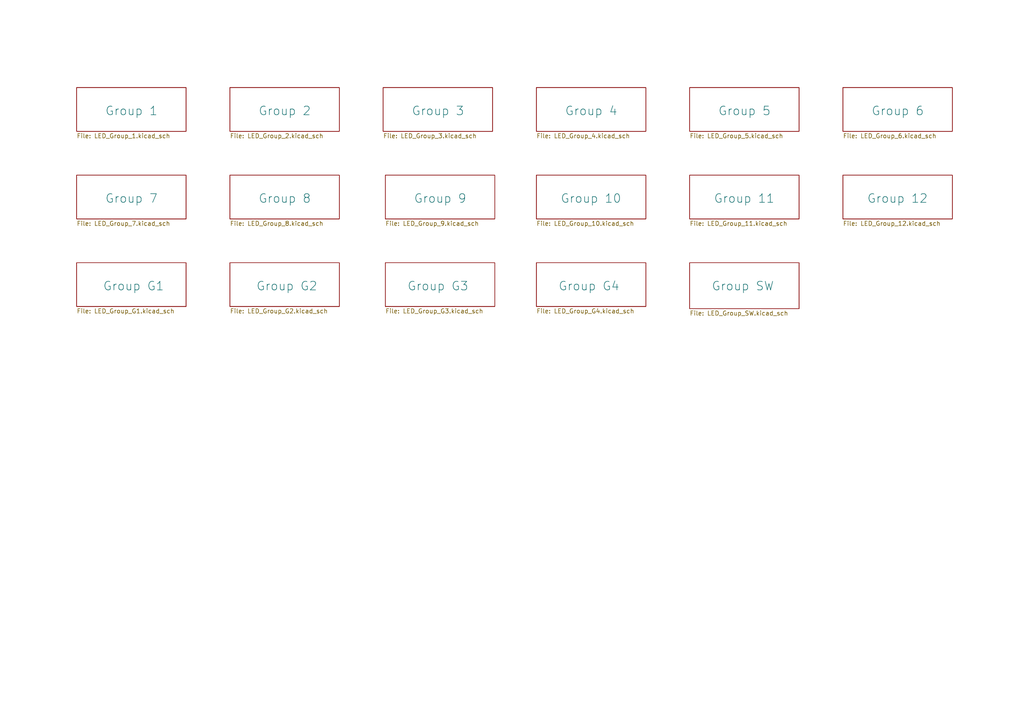
<source format=kicad_sch>
(kicad_sch (version 20210621) (generator eeschema)
  (paper "A4")
  (lib_symbols)
  (sheet (at 22.225 25.4) (size 31.75 12.7) (stroke (width 0.1524))
    (property "Sheet name" "Group 1" (at 30.48 33.5984 0) (effects (font (size 2.5 2.5)) (justify left bottom)))
    (property "Sheet file" "LED_Group_1.kicad_sch" (at 22.225 38.6846 0) (effects (justify left top)))
  )
  (sheet (at 155.575 50.8) (size 31.75 12.7) (stroke (width 0.1524))
    (property "Sheet name" "Group 10" (at 162.56 58.9984 0) (effects (font (size 2.5 2.5)) (justify left bottom)))
    (property "Sheet file" "LED_Group_10.kicad_sch" (at 155.575 64.0846 0) (effects (justify left top)))
  )
  (sheet (at 200.025 50.8) (size 31.75 12.7) (stroke (width 0.1524))
    (property "Sheet name" "Group 11" (at 207.01 58.9984 0) (effects (font (size 2.5 2.5)) (justify left bottom)))
    (property "Sheet file" "LED_Group_11.kicad_sch" (at 200.025 64.0846 0) (effects (justify left top)))
  )
  (sheet (at 244.475 50.8) (size 31.75 12.7) (stroke (width 0.1524))
    (property "Sheet name" "Group 12" (at 251.46 58.9984 0) (effects (font (size 2.5 2.5)) (justify left bottom)))
    (property "Sheet file" "LED_Group_12.kicad_sch" (at 244.475 64.0846 0) (effects (justify left top)))
  )
  (sheet (at 66.675 25.4) (size 31.75 12.7) (stroke (width 0.1524))
    (property "Sheet name" "Group 2" (at 74.93 33.5984 0) (effects (font (size 2.5 2.5)) (justify left bottom)))
    (property "Sheet file" "LED_Group_2.kicad_sch" (at 66.675 38.6846 0) (effects (justify left top)))
  )
  (sheet (at 111.125 25.4) (size 31.75 12.7) (stroke (width 0.1524))
    (property "Sheet name" "Group 3" (at 119.38 33.5984 0) (effects (font (size 2.5 2.5)) (justify left bottom)))
    (property "Sheet file" "LED_Group_3.kicad_sch" (at 111.125 38.6846 0) (effects (justify left top)))
  )
  (sheet (at 155.575 25.4) (size 31.75 12.7) (stroke (width 0.1524))
    (property "Sheet name" "Group 4" (at 163.83 33.5984 0) (effects (font (size 2.5 2.5)) (justify left bottom)))
    (property "Sheet file" "LED_Group_4.kicad_sch" (at 155.575 38.6846 0) (effects (justify left top)))
  )
  (sheet (at 200.025 25.4) (size 31.75 12.7) (stroke (width 0.1524))
    (property "Sheet name" "Group 5" (at 208.28 33.5984 0) (effects (font (size 2.5 2.5)) (justify left bottom)))
    (property "Sheet file" "LED_Group_5.kicad_sch" (at 200.025 38.6846 0) (effects (justify left top)))
  )
  (sheet (at 244.475 25.4) (size 31.75 12.7) (stroke (width 0.1524))
    (property "Sheet name" "Group 6" (at 252.73 33.5984 0) (effects (font (size 2.5 2.5)) (justify left bottom)))
    (property "Sheet file" "LED_Group_6.kicad_sch" (at 244.475 38.6846 0) (effects (justify left top)))
  )
  (sheet (at 22.225 50.8) (size 31.75 12.7) (stroke (width 0.1524))
    (property "Sheet name" "Group 7" (at 30.48 58.9984 0) (effects (font (size 2.5 2.5)) (justify left bottom)))
    (property "Sheet file" "LED_Group_7.kicad_sch" (at 22.225 64.0846 0) (effects (justify left top)))
  )
  (sheet (at 66.675 50.8) (size 31.75 12.7) (stroke (width 0.1524))
    (property "Sheet name" "Group 8" (at 74.93 58.9984 0) (effects (font (size 2.5 2.5)) (justify left bottom)))
    (property "Sheet file" "LED_Group_8.kicad_sch" (at 66.675 64.0846 0) (effects (justify left top)))
  )
  (sheet (at 111.76 50.8) (size 31.75 12.7) (stroke (width 0.1524))
    (property "Sheet name" "Group 9" (at 120.015 58.9984 0) (effects (font (size 2.5 2.5)) (justify left bottom)))
    (property "Sheet file" "LED_Group_9.kicad_sch" (at 111.76 64.0846 0) (effects (justify left top)))
  )
  (sheet (at 22.225 76.2) (size 31.75 12.7) (stroke (width 0.1524))
    (property "Sheet name" "Group G1" (at 29.845 84.3984 0) (effects (font (size 2.5 2.5)) (justify left bottom)))
    (property "Sheet file" "LED_Group_G1.kicad_sch" (at 22.225 89.4846 0) (effects (justify left top)))
  )
  (sheet (at 66.675 76.2) (size 31.75 12.7) (stroke (width 0.1524))
    (property "Sheet name" "Group G2" (at 74.295 84.3984 0) (effects (font (size 2.5 2.5)) (justify left bottom)))
    (property "Sheet file" "LED_Group_G2.kicad_sch" (at 66.675 89.4846 0) (effects (justify left top)))
  )
  (sheet (at 111.76 76.2) (size 31.75 12.7) (stroke (width 0.1524))
    (property "Sheet name" "Group G3" (at 118.11 84.3984 0) (effects (font (size 2.5 2.5)) (justify left bottom)))
    (property "Sheet file" "LED_Group_G3.kicad_sch" (at 111.76 89.4846 0) (effects (justify left top)))
  )
  (sheet (at 155.575 76.2) (size 31.75 12.7) (stroke (width 0.1524))
    (property "Sheet name" "Group G4" (at 161.925 84.3984 0) (effects (font (size 2.5 2.5)) (justify left bottom)))
    (property "Sheet file" "LED_Group_G4.kicad_sch" (at 155.575 89.4846 0) (effects (justify left top)))
  )
  (sheet (at 200.025 76.2) (size 31.75 13.335) (stroke (width 0.1524))
    (property "Sheet name" "Group SW" (at 206.375 84.3984 0) (effects (font (size 2.5 2.5)) (justify left bottom)))
    (property "Sheet file" "LED_Group_SW.kicad_sch" (at 200.025 90.1196 0) (effects (justify left top)))
  )
)
</source>
